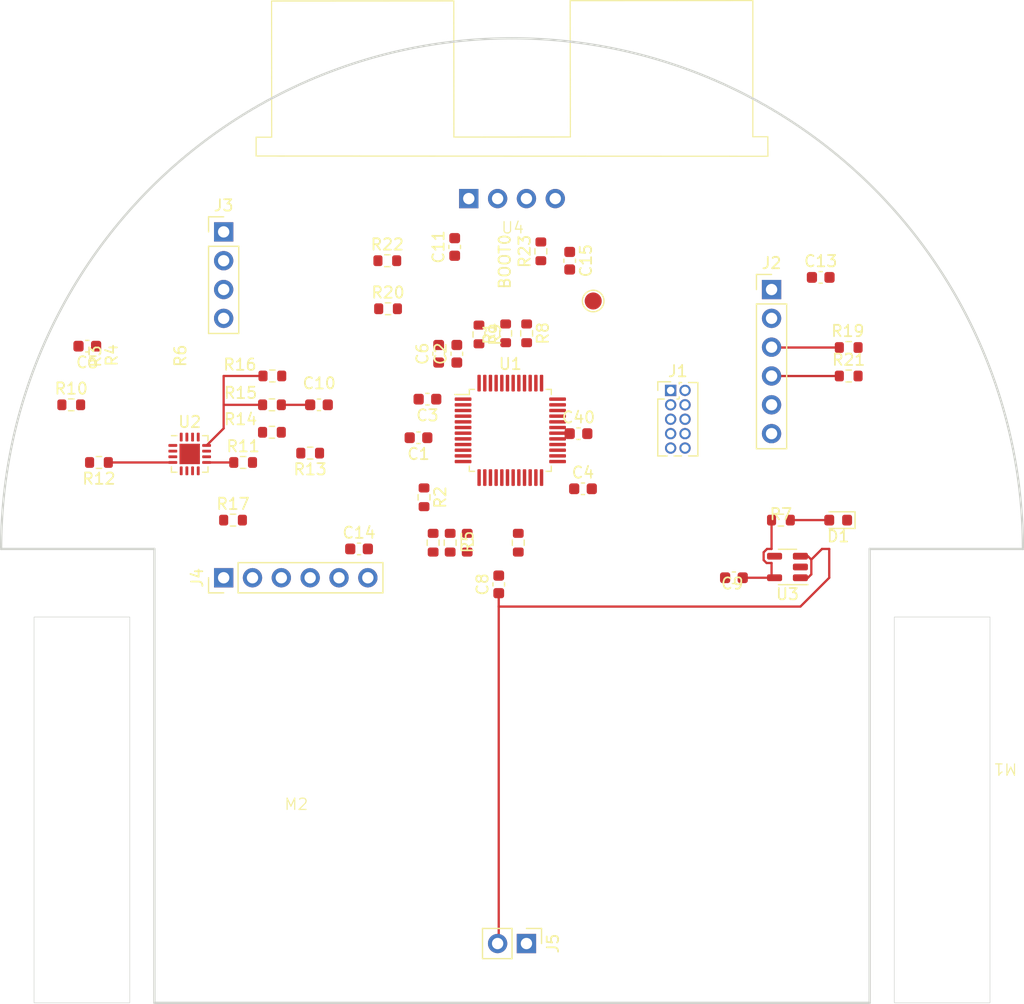
<source format=kicad_pcb>
(kicad_pcb (version 20221018) (generator pcbnew)
  (layers (0 "F.Cu" signal) (31 "B.Cu" signal) (34 "B.Paste" user) (35 "F.Paste" user) (36 "B.SilkS" user "B.Silkscreen") (37 "F.SilkS" user "F.Silkscreen") (38 "B.Mask" user) (39 "F.Mask" user) (44 "Edge.Cuts" user))
  (net 0 "")
  (net 1 "+3.3V")
  (net 2 "GND")
  (net 3 "+BATT")
  (net 4 "Net-(C10-Pad1)")
  (net 5 "/mcu/IN_B2")
  (net 6 "Net-(D1-A)")
  (net 7 "/mcu/BOOT0")
  (net 8 "Net-(U1-PA2)")
  (net 9 "/mcu/TIM15_CH1")
  (net 10 "Net-(U1-PA3)")
  (net 11 "/mcu/TIM15_CH2")
  (net 12 "Net-(U1-PA4)")
  (net 13 "/mcu/OUT_A4")
  (net 14 "Net-(U1-PA5)")
  (net 15 "/mcu/OUT_A5")
  (net 16 "/mcu/OUT_B0")
  (net 17 "Net-(U1-PB0)")
  (net 18 "/mcu/OUT_B1")
  (net 19 "Net-(U2-REF)")
  (net 20 "Net-(U1-PB6)")
  (net 21 "/mcu/OUT_B9")
  (net 22 "Net-(U1-PB9)")
  (net 23 "/mcu/TIM3_CH1")
  (net 24 "/mcu/TIM2_CH1")
  (net 25 "/mcu/TIM3_CH2")
  (net 26 "/mcu/TIM2_CH2")
  (net 27 "/mcu/TIM8_CH2")
  (net 28 "/motorA/MA")
  (net 34 "/mcu/~{RESET}")
  (net 46 "/mcu/SWDIO")
  (net 49 "/mcu/SWDCLK")
  (net 51 "/mcu/SWO")
  (net 54 "Net-(J2-Pin_3)")
  (net 57 "Net-(J2-Pin_4)")
  (net 58 "/motorA/MB")
  (net 59 "Net-(J3-Pin_3)")
  (net 60 "/external_uart/EXT_UART_RX")
  (net 61 "/motorB/MA")
  (net 62 "Net-(J4-Pin_3)")
  (net 63 "Net-(J4-Pin_4)")
  (net 64 "/motorB/MB")
  (net 65 "/external_uart/EXT_UART_TX")
  (net 66 "Net-(U4-ECHO)")
  (net 67 "Net-(U2-TOFF)")
  (net 68 "Net-(U2-SENSEA)")
  (net 69 "Net-(U2-SENSEB)")
  (footprint "Package_QFP:LQFP-48_7x7mm_P0.5mm" (layer "F.Cu") (at 149.85 89.55)
    (fp_text reference "U1" (at 0 -5.85) (layer "F.SilkS"))
    (fp_text value "STM32F030C8Tx")
    (fp_line (start -3.61 -3.61) (end -3.61 -3.16) (stroke (width 0.12)) (layer "F.SilkS"))
    (fp_line (start -3.61 -3.16) (end -4.9 -3.16) (stroke (width 0.12)) (layer "F.SilkS"))
    (fp_line (start -3.61 3.61) (end -3.61 3.16) (stroke (width 0.12)) (layer "F.SilkS"))
    (fp_line (start -3.16 -3.61) (end -3.61 -3.61) (stroke (width 0.12)) (layer "F.SilkS"))
    (fp_line (start -3.16 3.61) (end -3.61 3.61) (stroke (width 0.12)) (layer "F.SilkS"))
    (fp_line (start 3.16 -3.61) (end 3.61 -3.61) (stroke (width 0.12)) (layer "F.SilkS"))
    (fp_line (start 3.16 3.61) (end 3.61 3.61) (stroke (width 0.12)) (layer "F.SilkS"))
    (fp_line (start 3.61 -3.61) (end 3.61 -3.16) (stroke (width 0.12)) (layer "F.SilkS"))
    (fp_line (start 3.61 3.61) (end 3.61 3.16) (stroke (width 0.12)) (layer "F.SilkS"))
    (pad "1" smd roundrect (at -4.1625 -2.75) (size 1.475 0.3) (layers "F.Cu" "F.Paste" "F.Mask") (net 1 "+3.3V"))
    (pad "2" smd roundrect (at -4.1625 -2.25) (size 1.475 0.3) (layers "F.Cu" "F.Paste" "F.Mask"))
    (pad "3" smd roundrect (at -4.1625 -1.75) (size 1.475 0.3) (layers "F.Cu" "F.Paste" "F.Mask"))
    (pad "4" smd roundrect (at -4.1625 -1.25) (size 1.475 0.3) (layers "F.Cu" "F.Paste" "F.Mask"))
    (pad "5" smd roundrect (at -4.1625 -0.75) (size 1.475 0.3) (layers "F.Cu" "F.Paste" "F.Mask"))
    (pad "6" smd roundrect (at -4.1625 -0.25) (size 1.475 0.3) (layers "F.Cu" "F.Paste" "F.Mask"))
    (pad "7" smd roundrect (at -4.1625 0.25) (size 1.475 0.3) (layers "F.Cu" "F.Paste" "F.Mask") (net 34 "/mcu/~{RESET}"))
    (pad "8" smd roundrect (at -4.1625 0.75) (size 1.475 0.3) (layers "F.Cu" "F.Paste" "F.Mask") (net 2 "GND"))
    (pad "9" smd roundrect (at -4.1625 1.25) (size 1.475 0.3) (layers "F.Cu" "F.Paste" "F.Mask") (net 1 "+3.3V"))
    (pad "10" smd roundrect (at -4.1625 1.75) (size 1.475 0.3) (layers "F.Cu" "F.Paste" "F.Mask") (net 24 "/mcu/TIM2_CH1"))
    (pad "11" smd roundrect (at -4.1625 2.25) (size 1.475 0.3) (layers "F.Cu" "F.Paste" "F.Mask") (net 26 "/mcu/TIM2_CH2"))
    (pad "12" smd roundrect (at -4.1625 2.75) (size 1.475 0.3) (layers "F.Cu" "F.Paste" "F.Mask") (net 8 "Net-(U1-PA2)"))
    (pad "13" smd roundrect (at -2.75 4.1625) (size 0.3 1.475) (layers "F.Cu" "F.Paste" "F.Mask") (net 10 "Net-(U1-PA3)"))
    (pad "14" smd roundrect (at -2.25 4.1625) (size 0.3 1.475) (layers "F.Cu" "F.Paste" "F.Mask") (net 12 "Net-(U1-PA4)"))
    (pad "15" smd roundrect (at -1.75 4.1625) (size 0.3 1.475) (layers "F.Cu" "F.Paste" "F.Mask") (net 14 "Net-(U1-PA5)"))
    (pad "16" smd roundrect (at -1.25 4.1625) (size 0.3 1.475) (layers "F.Cu" "F.Paste" "F.Mask") (net 23 "/mcu/TIM3_CH1"))
    (pad "17" smd roundrect (at -0.75 4.1625) (size 0.3 1.475) (layers "F.Cu" "F.Paste" "F.Mask") (net 25 "/mcu/TIM3_CH2"))
    (pad "18" smd roundrect (at -0.25 4.1625) (size 0.3 1.475) (layers "F.Cu" "F.Paste" "F.Mask") (net 17 "Net-(U1-PB0)"))
    (pad "19" smd roundrect (at 0.25 4.1625) (size 0.3 1.475) (layers "F.Cu" "F.Paste" "F.Mask") (net 18 "/mcu/OUT_B1"))
    (pad "20" smd roundrect (at 0.75 4.1625) (size 0.3 1.475) (layers "F.Cu" "F.Paste" "F.Mask") (net 5 "/mcu/IN_B2"))
    (pad "21" smd roundrect (at 1.25 4.1625) (size 0.3 1.475) (layers "F.Cu" "F.Paste" "F.Mask"))
    (pad "22" smd roundrect (at 1.75 4.1625) (size 0.3 1.475) (layers "F.Cu" "F.Paste" "F.Mask"))
    (pad "23" smd roundrect (at 2.25 4.1625) (size 0.3 1.475) (layers "F.Cu" "F.Paste" "F.Mask") (net 2 "GND"))
    (pad "24" smd roundrect (at 2.75 4.1625) (size 0.3 1.475) (layers "F.Cu" "F.Paste" "F.Mask") (net 1 "+3.3V"))
    (pad "25" smd roundrect (at 4.1625 2.75) (size 1.475 0.3) (layers "F.Cu" "F.Paste" "F.Mask"))
    (pad "26" smd roundrect (at 4.1625 2.25) (size 1.475 0.3) (layers "F.Cu" "F.Paste" "F.Mask"))
    (pad "27" smd roundrect (at 4.1625 1.75) (size 1.475 0.3) (layers "F.Cu" "F.Paste" "F.Mask"))
    (pad "28" smd roundrect (at 4.1625 1.25) (size 1.475 0.3) (layers "F.Cu" "F.Paste" "F.Mask"))
    (pad "29" smd roundrect (at 4.1625 0.75) (size 1.475 0.3) (layers "F.Cu" "F.Paste" "F.Mask"))
    (pad "30" smd roundrect (at 4.1625 0.25) (size 1.475 0.3) (layers "F.Cu" "F.Paste" "F.Mask"))
    (pad "31" smd roundrect (at 4.1625 -0.25) (size 1.475 0.3) (layers "F.Cu" "F.Paste" "F.Mask"))
    (pad "32" smd roundrect (at 4.1625 -0.75) (size 1.475 0.3) (layers "F.Cu" "F.Paste" "F.Mask"))
    (pad "33" smd roundrect (at 4.1625 -1.25) (size 1.475 0.3) (layers "F.Cu" "F.Paste" "F.Mask"))
    (pad "34" smd roundrect (at 4.1625 -1.75) (size 1.475 0.3) (layers "F.Cu" "F.Paste" "F.Mask") (net 46 "/mcu/SWDIO"))
    (pad "35" smd roundrect (at 4.1625 -2.25) (size 1.475 0.3) (layers "F.Cu" "F.Paste" "F.Mask"))
    (pad "36" smd roundrect (at 4.1625 -2.75) (size 1.475 0.3) (layers "F.Cu" "F.Paste" "F.Mask"))
    (pad "37" smd roundrect (at 2.75 -4.1625) (size 0.3 1.475) (layers "F.Cu" "F.Paste" "F.Mask") (net 49 "/mcu/SWDCLK"))
    (pad "38" smd roundrect (at 2.25 -4.1625) (size 0.3 1.475) (layers "F.Cu" "F.Paste" "F.Mask"))
    (pad "39" smd roundrect (at 1.75 -4.1625) (size 0.3 1.475) (layers "F.Cu" "F.Paste" "F.Mask") (net 51 "/mcu/SWO"))
    (pad "40" smd roundrect (at 1.25 -4.1625) (size 0.3 1.475) (layers "F.Cu" "F.Paste" "F.Mask"))
    (pad "41" smd roundrect (at 0.75 -4.1625) (size 0.3 1.475) (layers "F.Cu" "F.Paste" "F.Mask"))
    (pad "42" smd roundrect (at 0.25 -4.1625) (size 0.3 1.475) (layers "F.Cu" "F.Paste" "F.Mask") (net 20 "Net-(U1-PB6)"))
    (pad "43" smd roundrect (at -0.25 -4.1625) (size 0.3 1.475) (layers "F.Cu" "F.Paste" "F.Mask") (net 65 "/external_uart/EXT_UART_TX"))
    (pad "44" smd roundrect (at -0.75 -4.1625) (size 0.3 1.475) (layers "F.Cu" "F.Paste" "F.Mask") (net 7 "/mcu/BOOT0"))
    (pad "45" smd roundrect (at -1.25 -4.1625) (size 0.3 1.475) (layers "F.Cu" "F.Paste" "F.Mask") (net 27 "/mcu/TIM8_CH2"))
    (pad "46" smd roundrect (at -1.75 -4.1625) (size 0.3 1.475) (layers "F.Cu" "F.Paste" "F.Mask") (net 22 "Net-(U1-PB9)"))
    (pad "47" smd roundrect (at -2.25 -4.1625) (size 0.3 1.475) (layers "F.Cu" "F.Paste" "F.Mask") (net 2 "GND"))
    (pad "48" smd roundrect (at -2.75 -4.1625) (size 0.3 1.475) (layers "F.Cu" "F.Paste" "F.Mask") (net 1 "+3.3V"))
  )
  (footprint "Resistor_SMD:R_0603_1608Metric" (layer "F.Cu") (at 149.4375 81 90)
    (fp_text reference "R1" (at 0 -1.43 90) (layer "F.SilkS"))
    (fp_text value "10k")
    (fp_line (start -0.237258 -0.5225) (end 0.237258 -0.5225) (stroke (width 0.12)) (layer "F.SilkS"))
    (fp_line (start -0.237258 0.5225) (end 0.237258 0.5225) (stroke (width 0.12)) (layer "F.SilkS"))
    (pad "1" smd roundrect (at -0.825 0 90) (size 0.8 0.95) (layers "F.Cu" "F.Paste" "F.Mask") (net 7 "/mcu/BOOT0"))
    (pad "2" smd roundrect (at 0.825 0 90) (size 0.8 0.95) (layers "F.Cu" "F.Paste" "F.Mask") (net 2 "GND"))
  )
  (footprint "minimouse:N20_with_encoder" (layer "F.Cu") (at 131 123)
    (fp_text reference "M2" (at 0 -0.5 unlocked) (layer "F.SilkS") (effects (font (thickness 0.1))))
    (fp_text value "N20_encoder")
    (fp_rect (start -23.1 -17) (end -14.67 17) (stroke (width 0.05)) (fill none) (layer "Edge.Cuts"))
    (pad "" np_thru_hole circle locked (at 0 -9) (size 1 1) (drill 2.2) (layers "F&B.Cu" "*.Mask"))
    (pad "" np_thru_hole circle locked (at 0 9) (size 1 1) (drill 2.2) (layers "F&B.Cu" "*.Mask"))
  )
  (footprint "TestPoint:TestPoint_Pad_D1.5mm" (layer "F.Cu") (at 157.15 78.15)
    (fp_text reference "BOOT0" (at -7.788 -3.4675 90) (layer "F.SilkS"))
    (fp_text value "TestPoint")
    (fp_circle (center 0 0) (end 0 0.95) (stroke (width 0.12)) (fill none) (layer "F.SilkS"))
    (pad "1" smd circle (at 0 0) (size 1.5 1.5) (layers "F.Cu" "F.Mask") (net 7 "/mcu/BOOT0"))
  )
  (footprint "Resistor_SMD:R_0603_1608Metric" (layer "F.Cu") (at 128.889929 84.756594)
    (fp_text reference "R16" (at -2.855758 -0.995246) (layer "F.SilkS"))
    (fp_text value "47k")
    (fp_line (start -0.237258 -0.5225) (end 0.237258 -0.5225) (stroke (width 0.12)) (layer "F.SilkS"))
    (fp_line (start -0.237258 0.5225) (end 0.237258 0.5225) (stroke (width 0.12)) (layer "F.SilkS"))
    (pad "1" smd roundrect (at -0.825 0) (size 0.8 0.95) (layers "F.Cu" "F.Paste" "F.Mask") (net 67 "Net-(U2-TOFF)"))
    (pad "2" smd roundrect (at 0.825 0) (size 0.8 0.95) (layers "F.Cu" "F.Paste" "F.Mask") (net 2 "GND"))
  )
  (footprint "Capacitor_SMD:C_0603_1608Metric" (layer "F.Cu") (at 136.525 100)
    (fp_text reference "C14" (at 0 -1.43) (layer "F.SilkS"))
    (fp_text value "2.2uF")
    (fp_line (start -0.14058 -0.51) (end 0.14058 -0.51) (stroke (width 0.12)) (layer "F.SilkS"))
    (fp_line (start -0.14058 0.51) (end 0.14058 0.51) (stroke (width 0.12)) (layer "F.SilkS"))
    (pad "1" smd roundrect (at -0.775 0) (size 0.9 0.95) (layers "F.Cu" "F.Paste" "F.Mask") (net 3 "+BATT"))
    (pad "2" smd roundrect (at 0.775 0) (size 0.9 0.95) (layers "F.Cu" "F.Paste" "F.Mask") (net 2 "GND"))
  )
  (footprint "Resistor_SMD:R_0603_1608Metric" (layer "F.Cu") (at 144.55 99.45 -90)
    (fp_text reference "R4" (at -16.52 29.81 90) (layer "F.SilkS"))
    (fp_text value "100")
    (fp_line (start -0.237258 -0.5225) (end 0.237258 -0.5225) (stroke (width 0.12)) (layer "F.SilkS"))
    (fp_line (start -0.237258 0.5225) (end 0.237258 0.5225) (stroke (width 0.12)) (layer "F.SilkS"))
    (pad "1" smd roundrect (at -0.825 0 270) (size 0.8 0.95) (layers "F.Cu" "F.Paste" "F.Mask") (net 12 "Net-(U1-PA4)"))
    (pad "2" smd roundrect (at 0.825 0 270) (size 0.8 0.95) (layers "F.Cu" "F.Paste" "F.Mask") (net 13 "/mcu/OUT_A4"))
  )
  (footprint "Capacitor_SMD:C_0603_1608Metric" (layer "F.Cu") (at 156.25 94.7)
    (fp_text reference "C4" (at 0 -1.43) (layer "F.SilkS"))
    (fp_text value "0.1uF")
    (fp_line (start -0.14058 -0.51) (end 0.14058 -0.51) (stroke (width 0.12)) (layer "F.SilkS"))
    (fp_line (start -0.14058 0.51) (end 0.14058 0.51) (stroke (width 0.12)) (layer "F.SilkS"))
    (pad "1" smd roundrect (at -0.775 0) (size 0.9 0.95) (layers "F.Cu" "F.Paste" "F.Mask") (net 1 "+3.3V"))
    (pad "2" smd roundrect (at 0.775 0) (size 0.9 0.95) (layers "F.Cu" "F.Paste" "F.Mask") (net 2 "GND"))
  )
  (footprint "Resistor_SMD:R_0603_1608Metric" (layer "F.Cu") (at 173.685 97.46)
    (fp_text reference "R7" (at 0 -0.5225) (layer "F.SilkS"))
    (fp_text value "330")
    (fp_line (start -0.237258 -0.5225) (end 0.237258 -0.5225) (stroke (width 0.12)) (layer "F.SilkS"))
    (fp_line (start -0.237258 0.5225) (end 0.237258 0.5225) (stroke (width 0.12)) (layer "F.SilkS"))
    (pad "1" smd roundrect (at -0.825 0) (size 0.8 0.95) (layers "F.Cu" "F.Paste" "F.Mask") (net 1 "+3.3V"))
    (pad "2" smd roundrect (at 0.825 0) (size 0.8 0.95) (layers "F.Cu" "F.Paste" "F.Mask") (net 6 "Net-(D1-A)"))
  )
  (footprint "Resistor_SMD:R_0603_1608Metric" (layer "F.Cu") (at 147.0875 81.1 -90)
    (fp_text reference "R9" (at 0 -1.43 90) (layer "F.SilkS"))
    (fp_text value "100")
    (fp_line (start -0.237258 -0.5225) (end 0.237258 -0.5225) (stroke (width 0.12)) (layer "F.SilkS"))
    (fp_line (start -0.237258 0.5225) (end 0.237258 0.5225) (stroke (width 0.12)) (layer "F.SilkS"))
    (pad "1" smd roundrect (at -0.825 0 270) (size 0.8 0.95) (layers "F.Cu" "F.Paste" "F.Mask") (net 21 "/mcu/OUT_B9"))
    (pad "2" smd roundrect (at 0.825 0 270) (size 0.8 0.95) (layers "F.Cu" "F.Paste" "F.Mask") (net 22 "Net-(U1-PB9)"))
  )
  (footprint "minimouse:HC-SR04" (layer "F.Cu") (at 150 69.125)
    (fp_text reference "U4" (at 0.06 2.57 unlocked) (layer "F.SilkS") (effects (font (thickness 0.1))))
    (fp_text value "HC-SR04")
    (fp_line (start -22.54 -5.41) (end -22.54 -3.75) (stroke (width 0.1)) (layer "F.SilkS"))
    (fp_line (start -22.54 -3.75) (end 22.54 -3.73) (stroke (width 0.1)) (layer "F.SilkS"))
    (fp_line (start -21.18 -17.41) (end -21.17 -5.41) (stroke (width 0.1)) (layer "F.SilkS"))
    (fp_line (start -21.17 -5.41) (end -22.54 -5.41) (stroke (width 0.1)) (layer "F.SilkS"))
    (fp_line (start -5.13 -17.42) (end -21.18 -17.41) (stroke (width 0.1)) (layer "F.SilkS"))
    (fp_line (start -5.12 -5.42) (end -5.13 -17.42) (stroke (width 0.1)) (layer "F.SilkS"))
    (fp_line (start 5.12 -17.44) (end 5.14 -5.43) (stroke (width 0.1)) (layer "F.SilkS"))
    (fp_line (start 5.14 -5.43) (end -5.12 -5.42) (stroke (width 0.1)) (layer "F.SilkS"))
    (fp_line (start 21.21 -17.45) (end 5.12 -17.44) (stroke (width 0.1)) (layer "F.SilkS"))
    (fp_line (start 21.21 -5.45) (end 21.21 -17.45) (stroke (width 0.1)) (layer "F.SilkS"))
    (fp_line (start 22.53 -5.45) (end 21.21 -5.45) (stroke (width 0.1)) (layer "F.SilkS"))
    (fp_line (start 22.54 -3.73) (end 22.53 -5.45) (stroke (width 0.1)) (layer "F.SilkS"))
    (pad "1" thru_hole rect locked (at -3.81 0 90) (size 1.7 1.7) (drill 1) (layers "*.Cu" "*.Mask") (net 2 "GND"))
    (pad "2" thru_hole oval locked (at -1.27 0 90) (size 1.7 1.7) (drill 1) (layers "*.Cu" "*.Mask") (net 21 "/mcu/OUT_B9"))
    (pad "3" thru_hole oval locked (at 1.27 0 90) (size 1.7 1.7) (drill 1) (layers "*.Cu" "*.Mask") (net 66 "Net-(U4-ECHO)"))
    (pad "4" thru_hole oval locked (at 3.81 0 90) (size 1.7 1.7) (drill 1) (layers "*.Cu" "*.Mask") (net 1 "+3.3V"))
  )
  (footprint "Capacitor_SMD:C_0603_1608Metric" (layer "F.Cu") (at 155.855 89.84)
    (fp_text reference "C40" (at 0 -1.43) (layer "F.SilkS"))
    (fp_text value "2.2uF")
    (fp_line (start -0.14058 -0.51) (end 0.14058 -0.51) (stroke (width 0.12)) (layer "F.SilkS"))
    (fp_line (start -0.14058 0.51) (end 0.14058 0.51) (stroke (width 0.12)) (layer "F.SilkS"))
    (pad "1" smd roundrect (at -0.775 0) (size 0.9 0.95) (layers "F.Cu" "F.Paste" "F.Mask") (net 3 "+BATT"))
    (pad "2" smd roundrect (at 0.775 0) (size 0.9 0.95) (layers "F.Cu" "F.Paste" "F.Mask") (net 2 "GND"))
  )
  (footprint "Capacitor_SMD:C_0603_1608Metric" (layer "F.Cu") (at 112.59 82.13 180)
    (fp_text reference "C5" (at 0 -1.43) (layer "F.SilkS"))
    (fp_text value "0.1uF")
    (fp_line (start -0.14058 -0.51) (end 0.14058 -0.51) (stroke (width 0.12)) (layer "F.SilkS"))
    (fp_line (start -0.14058 0.51) (end 0.14058 0.51) (stroke (width 0.12)) (layer "F.SilkS"))
    (pad "1" smd roundrect (at -0.775 0 180) (size 0.9 0.95) (layers "F.Cu" "F.Paste" "F.Mask") (net 1 "+3.3V"))
    (pad "2" smd roundrect (at 0.775 0 180) (size 0.9 0.95) (layers "F.Cu" "F.Paste" "F.Mask") (net 2 "GND"))
  )
  (footprint "minimouse:N20_with_encoder" (layer "F.Cu") (at 169 123 180)
    (fp_text reference "M1" (at -24.45 3.6 180 unlocked) (layer "F.SilkS") (effects (font (thickness 0.1))))
    (fp_text value "N20_encoder")
    (fp_rect (start -23.1 -17) (end -14.67 17) (stroke (width 0.05)) (fill none) (layer "Edge.Cuts"))
    (pad "" np_thru_hole circle locked (at 0 -9 180) (size 1 1) (drill 2.2) (layers "F&B.Cu" "*.Mask"))
    (pad "" np_thru_hole circle locked (at 0 9 180) (size 1 1) (drill 2.2) (layers "F&B.Cu" "*.Mask"))
  )
  (footprint "LED_SMD:LED_0603_1608Metric" (layer "F.Cu") (at 178.7275 97.46 180)
    (fp_text reference "D1" (at 0 -1.43) (layer "F.SilkS"))
    (fp_text value "LED")
    (fp_line (start -1.485 -0.735) (end -1.485 0.735) (stroke (width 0.12)) (layer "F.SilkS"))
    (fp_line (start -1.485 0.735) (end 0.8 0.735) (stroke (width 0.12)) (layer "F.SilkS"))
    (fp_line (start 0.8 -0.735) (end -1.485 -0.735) (stroke (width 0.12)) (layer "F.SilkS"))
    (pad "1" smd roundrect (at -0.7875 0 180) (size 0.875 0.95) (layers "F.Cu" "F.Paste" "F.Mask") (net 2 "GND"))
    (pad "2" smd roundrect (at 0.7875 0 180) (size 0.875 0.95) (layers "F.Cu" "F.Paste" "F.Mask") (net 6 "Net-(D1-A)"))
  )
  (footprint "Resistor_SMD:R_0603_1608Metric" (layer "F.Cu") (at 179.655 82.25 180)
    (fp_text reference "R19" (at 0.077426 1.455291) (layer "F.SilkS"))
    (fp_text value "100")
    (fp_line (start -0.237258 -0.5225) (end 0.237258 -0.5225) (stroke (width 0.12)) (layer "F.SilkS"))
    (fp_line (start -0.237258 0.5225) (end 0.237258 0.5225) (stroke (width 0.12)) (layer "F.SilkS"))
    (pad "1" smd roundrect (at -0.825 0 180) (size 0.8 0.95) (layers "F.Cu" "F.Paste" "F.Mask") (net 23 "/mcu/TIM3_CH1"))
    (pad "2" smd roundrect (at 0.825 0 180) (size 0.8 0.95) (layers "F.Cu" "F.Paste" "F.Mask") (net 54 "Net-(J2-Pin_3)"))
  )
  (footprint "Connector_PinHeader_2.54mm:PinHeader_1x02_P2.54mm_Vertical" (layer "F.Cu") (at 151.27 134.775 -90)
    (fp_text reference "J5" (at 0 -2.33 90) (layer "F.SilkS"))
    (fp_text value "Conn_01x02")
    (fp_line (start -1.33 -1.33) (end 0 -1.33) (stroke (width 0.12)) (layer "F.SilkS"))
    (fp_line (start -1.33 0) (end -1.33 -1.33) (stroke (width 0.12)) (layer "F.SilkS"))
    (fp_line (start -1.33 1.27) (end -1.33 3.87) (stroke (width 0.12)) (layer "F.SilkS"))
    (fp_line (start -1.33 1.27) (end 1.33 1.27) (stroke (width 0.12)) (layer "F.SilkS"))
    (fp_line (start -1.33 3.87) (end 1.33 3.87) (stroke (width 0.12)) (layer "F.SilkS"))
    (fp_line (start 1.33 1.27) (end 1.33 3.87) (stroke (width 0.12)) (layer "F.SilkS"))
    (pad "1" thru_hole rect locked (at 0 0 270) (size 1.7 1.7) (drill 1) (layers "*.Cu" "*.Mask") (net 2 "GND"))
    (pad "2" thru_hole oval locked (at 0 2.54 270) (size 1.7 1.7) (drill 1) (layers "*.Cu" "*.Mask") (net 3 "+BATT"))
  )
  (footprint "Capacitor_SMD:C_0603_1608Metric" (layer "F.Cu") (at 177.19 76.07)
    (fp_text reference "C13" (at 0 -1.43) (layer "F.SilkS"))
    (fp_text value "2.2uF")
    (fp_line (start -0.14058 -0.51) (end 0.14058 -0.51) (stroke (width 0.12)) (layer "F.SilkS"))
    (fp_line (start -0.14058 0.51) (end 0.14058 0.51) (stroke (width 0.12)) (layer "F.SilkS"))
    (pad "1" smd roundrect (at -0.775 0) (size 0.9 0.95) (layers "F.Cu" "F.Paste" "F.Mask") (net 3 "+BATT"))
    (pad "2" smd roundrect (at 0.775 0) (size 0.9 0.95) (layers "F.Cu" "F.Paste" "F.Mask") (net 2 "GND"))
  )
  (footprint "Capacitor_SMD:C_0603_1608Metric" (layer "F.Cu") (at 132.995 87.3)
    (fp_text reference "C10" (at 0.020248 -1.901077 180) (layer "F.SilkS"))
    (fp_text value "22nF")
    (fp_line (start -0.14058 -0.51) (end 0.14058 -0.51) (stroke (width 0.12)) (layer "F.SilkS"))
    (fp_line (start -0.14058 0.51) (end 0.14058 0.51) (stroke (width 0.12)) (layer "F.SilkS"))
    (pad "1" smd roundrect (at -0.775 0) (size 0.9 0.95) (layers "F.Cu" "F.Paste" "F.Mask") (net 4 "Net-(C10-Pad1)"))
    (pad "2" smd roundrect (at 0.775 0) (size 0.9 0.95) (layers "F.Cu" "F.Paste" "F.Mask") (net 2 "GND"))
  )
  (footprint "Connector_PinHeader_2.54mm:PinHeader_1x06_P2.54mm_Vertical" (layer "F.Cu") (at 124.6 102.54 90)
    (fp_text reference "J4" (at 0 -2.33 90) (layer "F.SilkS"))
    (fp_text value "Conn_01x06")
    (fp_line (start -1.33 -1.33) (end 0 -1.33) (stroke (width 0.12)) (layer "F.SilkS"))
    (fp_line (start -1.33 0) (end -1.33 -1.33) (stroke (width 0.12)) (layer "F.SilkS"))
    (fp_line (start -1.33 1.27) (end -1.33 14.03) (stroke (width 0.12)) (layer "F.SilkS"))
    (fp_line (start -1.33 1.27) (end 1.33 1.27) (stroke (width 0.12)) (layer "F.SilkS"))
    (fp_line (start -1.33 14.03) (end 1.33 14.03) (stroke (width 0.12)) (layer "F.SilkS"))
    (fp_line (start 1.33 1.27) (end 1.33 14.03) (stroke (width 0.12)) (layer "F.SilkS"))
    (pad "1" thru_hole rect (at 0 0 90) (size 1.7 1.7) (drill 1) (layers "*.Cu" "*.Mask") (net 61 "/motorB/MA"))
    (pad "2" thru_hole oval (at 0 2.54 90) (size 1.7 1.7) (drill 1) (layers "*.Cu" "*.Mask") (net 2 "GND"))
    (pad "3" thru_hole oval (at 0 5.08 90) (size 1.7 1.7) (drill 1) (layers "*.Cu" "*.Mask") (net 62 "Net-(J4-Pin_3)"))
    (pad "4" thru_hole oval (at 0 7.62 90) (size 1.7 1.7) (drill 1) (layers "*.Cu" "*.Mask") (net 63 "Net-(J4-Pin_4)"))
    (pad "5" thru_hole oval (at 0 10.16 90) (size 1.7 1.7) (drill 1) (layers "*.Cu" "*.Mask") (net 3 "+BATT"))
    (pad "6" thru_hole oval (at 0 12.7 90) (size 1.7 1.7) (drill 1) (layers "*.Cu" "*.Mask") (net 64 "/motorB/MB"))
  )
  (footprint "Capacitor_SMD:C_0603_1608Metric" (layer "F.Cu") (at 142.55 86.8 180)
    (fp_text reference "C3" (at 0 -1.43) (layer "F.SilkS"))
    (fp_text value "0.1uF")
    (fp_line (start -0.14058 -0.51) (end 0.14058 -0.51) (stroke (width 0.12)) (layer "F.SilkS"))
    (fp_line (start -0.14058 0.51) (end 0.14058 0.51) (stroke (width 0.12)) (layer "F.SilkS"))
    (pad "1" smd roundrect (at -0.775 0 180) (size 0.9 0.95) (layers "F.Cu" "F.Paste" "F.Mask") (net 1 "+3.3V"))
    (pad "2" smd roundrect (at 0.775 0 180) (size 0.9 0.95) (layers "F.Cu" "F.Paste" "F.Mask") (net 2 "GND"))
  )
  (footprint "Resistor_SMD:R_0603_1608Metric" (layer "F.Cu") (at 151.2875 81 -90)
    (fp_text reference "R8" (at 0 -1.43 90) (layer "F.SilkS"))
    (fp_text value "100")
    (fp_line (start -0.237258 -0.5225) (end 0.237258 -0.5225) (stroke (width 0.12)) (layer "F.SilkS"))
    (fp_line (start -0.237258 0.5225) (end 0.237258 0.5225) (stroke (width 0.12)) (layer "F.SilkS"))
    (pad "1" smd roundrect (at -0.825 0 270) (size 0.8 0.95) (layers "F.Cu" "F.Paste" "F.Mask") (net 60 "/external_uart/EXT_UART_RX"))
    (pad "2" smd roundrect (at 0.825 0 270) (size 0.8 0.95) (layers "F.Cu" "F.Paste" "F.Mask") (net 20 "Net-(U1-PB6)"))
  )
  (footprint "Connector_PinHeader_2.54mm:PinHeader_1x06_P2.54mm_Vertical" (layer "F.Cu") (at 172.86 77.14)
    (fp_text reference "J2" (at 0 -2.33) (layer "F.SilkS"))
    (fp_text value "Conn_01x06")
    (fp_line (start -1.33 -1.33) (end 0 -1.33) (stroke (width 0.12)) (layer "F.SilkS"))
    (fp_line (start -1.33 0) (end -1.33 -1.33) (stroke (width 0.12)) (layer "F.SilkS"))
    (fp_line (start -1.33 1.27) (end -1.33 14.03) (stroke (width 0.12)) (layer "F.SilkS"))
    (fp_line (start -1.33 1.27) (end 1.33 1.27) (stroke (width 0.12)) (layer "F.SilkS"))
    (fp_line (start -1.33 14.03) (end 1.33 14.03) (stroke (width 0.12)) (layer "F.SilkS"))
    (fp_line (start 1.33 1.27) (end 1.33 14.03) (stroke (width 0.12)) (layer "F.SilkS"))
    (pad "1" thru_hole rect (at 0 0) (size 1.7 1.7) (drill 1) (layers "*.Cu" "*.Mask") (net 28 "/motorA/MA"))
    (pad "2" thru_hole oval (at 0 2.54) (size 1.7 1.7) (drill 1) (layers "*.Cu" "*.Mask") (net 2 "GND"))
    (pad "3" thru_hole oval (at 0 5.08) (size 1.7 1.7) (drill 1) (layers "*.Cu" "*.Mask") (net 54 "Net-(J2-Pin_3)"))
    (pad "4" thru_hole oval (at 0 7.62) (size 1.7 1.7) (drill 1) (layers "*.Cu" "*.Mask") (net 57 "Net-(J2-Pin_4)"))
    (pad "5" thru_hole oval (at 0 10.16) (size 1.7 1.7) (drill 1) (layers "*.Cu" "*.Mask") (net 3 "+BATT"))
    (pad "6" thru_hole oval (at 0 12.7) (size 1.7 1.7) (drill 1) (layers "*.Cu" "*.Mask") (net 58 "/motorA/MB"))
  )
  (footprint "Resistor_SMD:R_0603_1608Metric" (layer "F.Cu") (at 139.07984 78.835603)
    (fp_text reference "R20" (at 0 -1.43) (layer "F.SilkS"))
    (fp_text value "100")
    (fp_line (start -0.237258 -0.5225) (end 0.237258 -0.5225) (stroke (width 0.12)) (layer "F.SilkS"))
    (fp_line (start -0.237258 0.5225) (end 0.237258 0.5225) (stroke (width 0.12)) (layer "F.SilkS"))
    (pad "1" smd roundrect (at -0.825 0) (size 0.8 0.95) (layers "F.Cu" "F.Paste" "F.Mask") (net 24 "/mcu/TIM2_CH1"))
    (pad "2" smd roundrect (at 0.825 0) (size 0.8 0.95) (layers "F.Cu" "F.Paste" "F.Mask") (net 62 "Net-(J4-Pin_3)"))
  )
  (footprint "Resistor_SMD:R_0603_1608Metric" (layer "F.Cu") (at 113.615 92.38 180)
    (fp_text reference "R12" (at 0 -1.43) (layer "F.SilkS"))
    (fp_text value "330m")
    (fp_line (start -0.237258 -0.5225) (end 0.237258 -0.5225) (stroke (width 0.12)) (layer "F.SilkS"))
    (fp_line (start -0.237258 0.5225) (end 0.237258 0.5225) (stroke (width 0.12)) (layer "F.SilkS"))
    (pad "1" smd roundrect (at -0.825 0 180) (size 0.8 0.95) (layers "F.Cu" "F.Paste" "F.Mask") (net 68 "Net-(U2-SENSEA)"))
    (pad "2" smd roundrect (at 0.825 0 180) (size 0.8 0.95) (layers "F.Cu" "F.Paste" "F.Mask") (net 2 "GND"))
  )
  (footprint "Resistor_SMD:R_0603_1608Metric" (layer "F.Cu") (at 142.25 95.45 -90)
    (fp_text reference "R2" (at 0 -1.43 -270) (layer "F.SilkS"))
    (fp_text value "100")
    (fp_line (start -0.237258 -0.5225) (end 0.237258 -0.5225) (stroke (width 0.12)) (layer "F.SilkS"))
    (fp_line (start -0.237258 0.5225) (end 0.237258 0.5225) (stroke (width 0.12)) (layer "F.SilkS"))
    (pad "1" smd roundrect (at -0.825 0 270) (size 0.8 0.95) (layers "F.Cu" "F.Paste" "F.Mask") (net 8 "Net-(U1-PA2)"))
    (pad "2" smd roundrect (at 0.825 0 270) (size 0.8 0.95) (layers "F.Cu" "F.Paste" "F.Mask") (net 9 "/mcu/TIM15_CH1"))
  )
  (footprint "Capacitor_SMD:C_0603_1608Metric" (layer "F.Cu") (at 155.08 74.6 -90)
    (fp_text reference "C15" (at 0 -1.43 90) (layer "F.SilkS"))
    (fp_text value "2.2uF")
    (fp_line (start -0.14058 -0.51) (end 0.14058 -0.51) (stroke (width 0.12)) (layer "F.SilkS"))
    (fp_line (start -0.14058 0.51) (end 0.14058 0.51) (stroke (width 0.12)) (layer "F.SilkS"))
    (pad "1" smd roundrect (at -0.775 0 270) (size 0.9 0.95) (layers "F.Cu" "F.Paste" "F.Mask") (net 1 "+3.3V"))
    (pad "2" smd roundrect (at 0.775 0 270) (size 0.9 0.95) (layers "F.Cu" "F.Paste" "F.Mask") (net 2 "GND"))
  )
  (footprint "Capacitor_SMD:C_0603_1608Metric" (layer "F.Cu") (at 144.95 73.3875 90)
    (fp_text reference "C11" (at 0 -1.43 90) (layer "F.SilkS"))
    (fp_text value "1nF")
    (fp_line (start -0.14058 -0.51) (end 0.14058 -0.51) (stroke (width 0.12)) (layer "F.SilkS"))
    (fp_line (start -0.14058 0.51) (end 0.14058 0.51) (stroke (width 0.12)) (layer "F.SilkS"))
    (pad "1" smd roundrect (at -0.775 0 90) (size 0.9 0.95) (layers "F.Cu" "F.Paste" "F.Mask") (net 5 "/mcu/IN_B2"))
    (pad "2" smd roundrect (at 0.775 0 90) (size 0.9 0.95) (layers "F.Cu" "F.Paste" "F.Mask") (net 2 "GND"))
  )
  (footprint "Resistor_SMD:R_0603_1608Metric" (layer "F.Cu") (at 143.05 99.45 -90)
    (fp_text reference "R3" (at -16.42 29.76 90) (layer "F.SilkS"))
    (fp_text value "100")
    (fp_line (start -0.237258 -0.5225) (end 0.237258 -0.5225) (stroke (width 0.12)) (layer "F.SilkS"))
    (fp_line (start -0.237258 0.5225) (end 0.237258 0.5225) (stroke (width 0.12)) (layer "F.SilkS"))
    (pad "1" smd roundrect (at -0.825 0 270) (size 0.8 0.95) (layers "F.Cu" "F.Paste" "F.Mask") (net 10 "Net-(U1-PA3)"))
    (pad "2" smd roundrect (at 0.825 0 270) (size 0.8 0.95) (layers "F.Cu" "F.Paste" "F.Mask") (net 11 "/mcu/TIM15_CH2"))
  )
  (footprint "Package_TO_SOT_SMD:SOT-23-5" (layer "F.Cu") (at 174.2625 101.59 180)
    (fp_text reference "U3" (at 0 -2.4) (layer "F.SilkS"))
    (fp_text value "LP5907MFX-3.3")
    (fp_line (start 0 -1.56) (end -1.8 -1.56) (stroke (width 0.12)) (layer "F.SilkS"))
    (fp_line (start 0 -1.56) (end 0.8 -1.56) (stroke (width 0.12)) (layer "F.SilkS"))
    (fp_line (start 0 1.56) (end -0.8 1.56) (stroke (width 0.12)) (layer "F.SilkS"))
    (fp_line (start 0 1.56) (end 0.8 1.56) (stroke (width 0.12)) (layer "F.SilkS"))
    (pad "1" smd roundrect (at -1.1375 -0.95 180) (size 1.325 0.6) (layers "F.Cu" "F.Paste" "F.Mask") (net 3 "+BATT"))
    (pad "2" smd roundrect (at -1.1375 0 180) (size 1.325 0.6) (layers "F.Cu" "F.Paste" "F.Mask") (net 2 "GND"))
    (pad "3" smd roundrect (at -1.1375 0.95 180) (size 1.325 0.6) (layers "F.Cu" "F.Paste" "F.Mask") (net 3 "+BATT"))
    (pad "4" smd roundrect (at 1.1375 0.95 180) (size 1.325 0.6) (layers "F.Cu" "F.Paste" "F.Mask"))
    (pad "5" smd roundrect (at 1.1375 -0.95 180) (size 1.325 0.6) (layers "F.Cu" "F.Paste" "F.Mask") (net 1 "+3.3V"))
  )
  (footprint "Resistor_SMD:R_0603_1608Metric" (layer "F.Cu") (at 126.315 92.38)
    (fp_text reference "R11" (at 0 -1.43) (layer "F.SilkS"))
    (fp_text value "330m")
    (fp_line (start -0.237258 -0.5225) (end 0.237258 -0.5225) (stroke (width 0.12)) (layer "F.SilkS"))
    (fp_line (start -0.237258 0.5225) (end 0.237258 0.5225) (stroke (width 0.12)) (layer "F.SilkS"))
    (pad "1" smd roundrect (at -0.825 0) (size 0.8 0.95) (layers "F.Cu" "F.Paste" "F.Mask") (net 69 "Net-(U2-SENSEB)"))
    (pad "2" smd roundrect (at 0.825 0) (size 0.8 0.95) (layers "F.Cu" "F.Paste" "F.Mask") (net 2 "GND"))
  )
  (footprint "Resistor_SMD:R_0603_1608Metric" (layer "F.Cu") (at 128.855 87.3)
    (fp_text reference "R15" (at -2.765538 -1.050538) (layer "F.SilkS"))
    (fp_text value "1k")
    (fp_line (start -0.237258 -0.5225) (end 0.237258 -0.5225) (stroke (width 0.12)) (layer "F.SilkS"))
    (fp_line (start -0.237258 0.5225) (end 0.237258 0.5225) (stroke (width 0.12)) (layer "F.SilkS"))
    (pad "1" smd roundrect (at -0.825 0) (size 0.8 0.95) (layers "F.Cu" "F.Paste" "F.Mask") (net 67 "Net-(U2-TOFF)"))
    (pad "2" smd roundrect (at 0.825 0) (size 0.8 0.95) (layers "F.Cu" "F.Paste" "F.Mask") (net 4 "Net-(C10-Pad1)"))
  )
  (footprint "Capacitor_SMD:C_0603_1608Metric" (layer "F.Cu") (at 145.1375 82.8 90)
    (fp_text reference "C2" (at 0 -1.43 90) (layer "F.SilkS"))
    (fp_text value "0.1uF")
    (fp_line (start -0.14058 -0.51) (end 0.14058 -0.51) (stroke (width 0.12)) (layer "F.SilkS"))
    (fp_line (start -0.14058 0.51) (end 0.14058 0.51) (stroke (width 0.12)) (layer "F.SilkS"))
    (pad "1" smd roundrect (at -0.775 0 90) (size 0.9 0.95) (layers "F.Cu" "F.Paste" "F.Mask") (net 1 "+3.3V"))
    (pad "2" smd roundrect (at 0.775 0 90) (size 0.9 0.95) (layers "F.Cu" "F.Paste" "F.Mask") (net 2 "GND"))
  )
  (footprint "Resistor_SMD:R_0603_1608Metric" (layer "F.Cu") (at 132.22 91.555 180)
    (fp_text reference "R13" (at 0 -1.43) (layer "F.SilkS"))
    (fp_text value "10K")
    (fp_line (start -0.237258 -0.5225) (end 0.237258 -0.5225) (stroke (width 0.12)) (layer "F.SilkS"))
    (fp_line (start -0.237258 0.5225) (end 0.237258 0.5225) (stroke (width 0.12)) (layer "F.SilkS"))
    (pad "1" smd roundrect (at -0.825 0 180) (size 0.8 0.95) (layers "F.Cu" "F.Paste" "F.Mask") (net 19 "Net-(U2-REF)"))
    (pad "2" smd roundrect (at 0.825 0 180) (size 0.8 0.95) (layers "F.Cu" "F.Paste" "F.Mask") (net 3 "+BATT"))
  )
  (footprint "Connector_PinHeader_2.54mm:PinHeader_1x04_P2.54mm_Vertical" (layer "F.Cu") (at 124.6 72.06)
    (fp_text reference "J3" (at 0 -2.33) (layer "F.SilkS"))
    (fp_text value "Conn_01x04")
    (fp_line (start -1.33 -1.33) (end 0 -1.33) (stroke (width 0.12)) (layer "F.SilkS"))
    (fp_line (start -1.33 0) (end -1.33 -1.33) (stroke (width 0.12)) (layer "F.SilkS"))
    (fp_line (start -1.33 1.27) (end -1.33 8.95) (stroke (width 0.12)) (layer "F.SilkS"))
    (fp_line (start -1.33 1.27) (end 1.33 1.27) (stroke (width 0.12)) (layer "F.SilkS"))
    (fp_line (start -1.33 8.95) (end 1.33 8.95) (stroke (width 0.12)) (layer "F.SilkS"))
    (fp_line (start 1.33 1.27) (end 1.33 8.95) (stroke (width 0.12)) (layer "F.SilkS"))
    (pad "1" thru_hole rect (at 0 0) (size 1.7 1.7) (drill 1) (layers "*.Cu" "*.Mask") (net 3 "+BATT"))
    (pad "2" thru_hole oval (at 0 2.54) (size 1.7 1.7) (drill 1) (layers "*.Cu" "*.Mask") (net 2 "GND"))
    (pad "3" thru_hole oval (at 0 5.08) (size 1.7 1.7) (drill 1) (layers "*.Cu" "*.Mask") (net 59 "Net-(J3-Pin_3)"))
    (pad "4" thru_hole oval (at 0 7.62) (size 1.7 1.7) (drill 1) (layers "*.Cu" "*.Mask") (net 60 "/external_uart/EXT_UART_RX"))
  )
  (footprint "Capacitor_SMD:C_0603_1608Metric" (layer "F.Cu") (at 141.7625 90.2 180)
    (fp_text reference "C1" (at 0 -1.43) (layer "F.SilkS"))
    (fp_text value "2.2uF")
    (fp_line (start -0.14058 -0.51) (end 0.14058 -0.51) (stroke (width 0.12)) (layer "F.SilkS"))
    (fp_line (start -0.14058 0.51) (end 0.14058 0.51) (stroke (width 0.12)) (layer "F.SilkS"))
    (pad "1" smd roundrect (at -0.775 0 180) (size 0.9 0.95) (layers "F.Cu" "F.Paste" "F.Mask") (net 1 "+3.3V"))
    (pad "2" smd roundrect (at 0.775 0 180) (size 0.9 0.95) (layers "F.Cu" "F.Paste" "F.Mask") (net 2 "GND"))
  )
  (footprint "Resistor_SMD:R_0603_1608Metric" (layer "F.Cu") (at 179.655 84.76)
    (fp_text reference "R21" (at 0 -1.43) (layer "F.SilkS"))
    (fp_text value "100")
    (fp_line (start -0.237258 -0.5225) (end 0.237258 -0.5225) (stroke (width 0.12)) (layer "F.SilkS"))
    (fp_line (start -0.237258 0.5225) (end 0.237258 0.5225) (stroke (width 0.12)) (layer "F.SilkS"))
    (pad "1" smd roundrect (at -0.825 0) (size 0.8 0.95) (layers "F.Cu" "F.Paste" "F.Mask") (net 57 "Net-(J2-Pin_4)"))
    (pad "2" smd roundrect (at 0.825 0) (size 0.8 0.95) (layers "F.Cu" "F.Paste" "F.Mask") (net 25 "/mcu/TIM3_CH2"))
  )
  (footprint "Resistor_SMD:R_0603_1608Metric" (layer "F.Cu") (at 146.05 99.45 -90)
    (fp_text reference "R5" (at -0.06435 -0.033857 90) (layer "F.SilkS"))
    (fp_text value "100")
    (fp_line (start -0.237258 -0.5225) (end 0.237258 -0.5225) (stroke (width 0.12)) (layer "F.SilkS"))
    (fp_line (start -0.237258 0.5225) (end 0.237258 0.5225) (stroke (width 0.12)) (layer "F.SilkS"))
    (pad "1" smd roundrect (at -0.825 0 270) (size 0.8 0.95) (layers "F.Cu" "F.Paste" "F.Mask") (net 14 "Net-(U1-PA5)"))
    (pad "2" smd roundrect (at 0.825 0 270) (size 0.8 0.95) (layers "F.Cu" "F.Paste" "F.Mask") (net 15 "/mcu/OUT_A5"))
  )
  (footprint "Connector_PinHeader_1.27mm:PinHeader_2x05_P1.27mm_Vertical" (layer "F.Cu") (at 163.97 86.03)
    (fp_text reference "J1" (at 0.635 -1.695) (layer "F.SilkS"))
    (fp_text value "Conn_ARM_JTAG_SWD_10")
    (fp_line (start -1.13 -0.76) (end 0 -0.76) (stroke (width 0.12)) (layer "F.SilkS"))
    (fp_line (start -1.13 0) (end -1.13 -0.76) (stroke (width 0.12)) (layer "F.SilkS"))
    (fp_line (start -1.13 0.76) (end -1.13 5.775) (stroke (width 0.12)) (layer "F.SilkS"))
    (fp_line (start -1.13 0.76) (end -0.563471 0.76) (stroke (width 0.12)) (layer "F.SilkS"))
    (fp_line (start -1.13 5.775) (end -0.30753 5.775) (stroke (width 0.12)) (layer "F.SilkS"))
    (fp_line (start 0.30753 5.775) (end 0.96247 5.775) (stroke (width 0.12)) (layer "F.SilkS"))
    (fp_line (start 0.563471 0.76) (end 0.706529 0.76) (stroke (width 0.12)) (layer "F.SilkS"))
    (fp_line (start 0.76 -0.695) (end 0.96247 -0.695) (stroke (width 0.12)) (layer "F.SilkS"))
    (fp_line (start 0.76 -0.563471) (end 0.76 -0.695) (stroke (width 0.12)) (layer "F.SilkS"))
    (fp_line (start 0.76 0.706529) (end 0.76 0.563471) (stroke (width 0.12)) (layer "F.SilkS"))
    (fp_line (start 1.57753 -0.695) (end 2.4 -0.695) (stroke (width 0.12)) (layer "F.SilkS"))
    (fp_line (start 1.57753 5.775) (end 2.4 5.775) (stroke (width 0.12)) (layer "F.SilkS"))
    (fp_line (start 2.4 -0.695) (end 2.4 5.775) (stroke (width 0.12)) (layer "F.SilkS"))
    (pad "1" thru_hole rect (at 0 0) (size 1 1) (drill 0.65) (layers "*.Cu" "*.Mask") (net 1 "+3.3V"))
    (pad "2" thru_hole oval (at 1.27 0) (size 1 1) (drill 0.65) (layers "*.Cu" "*.Mask") (net 46 "/mcu/SWDIO"))
    (pad "3" thru_hole oval (at 0 1.27) (size 1 1) (drill 0.65) (layers "*.Cu" "*.Mask") (net 2 "GND"))
    (pad "4" thru_hole oval (at 1.27 1.27) (size 1 1) (drill 0.65) (layers "*.Cu" "*.Mask") (net 49 "/mcu/SWDCLK"))
    (pad "5" thru_hole oval (at 0 2.54) (size 1 1) (drill 0.65) (layers "*.Cu" "*.Mask") (net 2 "GND"))
    (pad "6" thru_hole oval (at 1.27 2.54) (size 1 1) (drill 0.65) (layers "*.Cu" "*.Mask") (net 51 "/mcu/SWO"))
    (pad "7" thru_hole oval (at 0 3.81) (size 1 1) (drill 0.65) (layers "*.Cu" "*.Mask"))
    (pad "8" thru_hole oval (at 1.27 3.81) (size 1 1) (drill 0.65) (layers "*.Cu" "*.Mask"))
    (pad "9" thru_hole oval (at 0 5.08) (size 1 1) (drill 0.65) (layers "*.Cu" "*.Mask") (net 2 "GND"))
    (pad "10" thru_hole oval (at 1.27 5.08) (size 1 1) (drill 0.65) (layers "*.Cu" "*.Mask") (net 34 "/mcu/~{RESET}"))
  )
  (footprint "Capacitor_SMD:C_0603_1608Metric" (layer "F.Cu") (at 169.545 102.54 180)
    (fp_text reference "C9" (at 0.14058 -0.51) (layer "F.SilkS"))
    (fp_text value "1m")
    (fp_line (start -0.14058 -0.51) (end 0.14058 -0.51) (stroke (width 0.12)) (layer "F.SilkS"))
    (fp_line (start -0.14058 0.51) (end 0.14058 0.51) (stroke (width 0.12)) (layer "F.SilkS"))
    (pad "1" smd roundrect (at -0.775 0 180) (size 0.9 0.95) (layers "F.Cu" "F.Paste" "F.Mask") (net 1 "+3.3V"))
    (pad "2" smd roundrect (at 0.775 0 180) (size 0.9 0.95) (layers "F.Cu" "F.Paste" "F.Mask") (net 2 "GND"))
  )
  (footprint "Capacitor_SMD:C_0603_1608Metric" (layer "F.Cu") (at 143.5375 82.8 90)
    (fp_text reference "C6" (at 0 -1.43 90) (layer "F.SilkS"))
    (fp_text value "2.2uF")
    (fp_line (start -0.14058 -0.51) (end 0.14058 -0.51) (stroke (width 0.12)) (layer "F.SilkS"))
    (fp_line (start -0.14058 0.51) (end 0.14058 0.51) (stroke (width 0.12)) (layer "F.SilkS"))
    (pad "1" smd roundrect (at -0.775 0 90) (size 0.9 0.95) (layers "F.Cu" "F.Paste" "F.Mask") (net 1 "+3.3V"))
    (pad "2" smd roundrect (at 0.775 0 90) (size 0.9 0.95) (layers "F.Cu" "F.Paste" "F.Mask") (net 2 "GND"))
  )
  (footprint "Resistor_SMD:R_0603_1608Metric" (layer "F.Cu") (at 125.425 97.46)
    (fp_text reference "R17" (at 0 -1.43) (layer "F.SilkS"))
    (fp_text value "10k")
    (fp_line (start -0.237258 -0.5225) (end 0.237258 -0.5225) (stroke (width 0.12)) (layer "F.SilkS"))
    (fp_line (start -0.237258 0.5225) (end 0.237258 0.5225) (stroke (width 0.12)) (layer "F.SilkS"))
    (pad "1" smd roundrect (at -0.825 0) (size 0.8 0.95) (layers "F.Cu" "F.Paste" "F.Mask") (net 18 "/mcu/OUT_B1"))
    (pad "2" smd roundrect (at 0.825 0) (size 0.8 0.95) (layers "F.Cu" "F.Paste" "F.Mask") (net 5 "/mcu/IN_B2"))
  )
  (footprint "Resistor_SMD:R_0603_1608Metric" (layer "F.Cu") (at 139.015 74.6)
    (fp_text reference "R22" (at 0 -1.43) (layer "F.SilkS"))
    (fp_text value "100")
    (fp_line (start -0.237258 -0.5225) (end 0.237258 -0.5225) (stroke (width 0.12)) (layer "F.SilkS"))
    (fp_line (start -0.237258 0.5225) (end 0.237258 0.5225) (stroke (width 0.12)) (layer "F.SilkS"))
    (pad "1" smd roundrect (at -0.825 0) (size 0.8 0.95) (layers "F.Cu" "F.Paste" "F.Mask") (net 63 "Net-(J4-Pin_4)"))
    (pad "2" smd roundrect (at 0.825 0) (size 0.8 0.95) (layers "F.Cu" "F.Paste" "F.Mask") (net 26 "/mcu/TIM2_CH2"))
  )
  (footprint "Resistor_SMD:R_0603_1608Metric" (layer "F.Cu") (at 111.175 87.3)
    (fp_text reference "R10" (at 0 -1.43) (layer "F.SilkS"))
    (fp_text value "100")
    (fp_line (start -0.237258 -0.5225) (end 0.237258 -0.5225) (stroke (width 0.12)) (layer "F.SilkS"))
    (fp_line (start -0.237258 0.5225) (end 0.237258 0.5225) (stroke (width 0.12)) (layer "F.SilkS"))
    (pad "1" smd roundrect (at -0.825 0) (size 0.8 0.95) (layers "F.Cu" "F.Paste" "F.Mask") (net 65 "/external_uart/EXT_UART_TX"))
    (pad "2" smd roundrect (at 0.825 0) (size 0.8 0.95) (layers "F.Cu" "F.Paste" "F.Mask") (net 59 "Net-(J3-Pin_3)"))
  )
  (footprint "Package_DFN_QFN:VQFN-16-1EP_3x3mm_P0.5mm_EP1.8x1.8mm" (layer "F.Cu") (at 121.61 91.63)
    (fp_text reference "U2" (at 0 -2.82) (layer "F.SilkS"))
    (fp_text value "STSPIN240")
    (fp_line (start -1.61 1.61) (end -1.61 1.135) (stroke (width 0.12)) (layer "F.SilkS"))
    (fp_line (start -1.135 -1.61) (end -1.61 -1.61) (stroke (width 0.12)) (layer "F.SilkS"))
    (fp_line (start -1.135 1.61) (end -1.61 1.61) (stroke (width 0.12)) (layer "F.SilkS"))
    (fp_line (start 1.135 -1.61) (end 1.61 -1.61) (stroke (width 0.12)) (layer "F.SilkS"))
    (fp_line (start 1.135 1.61) (end 1.61 1.61) (stroke (width 0.12)) (layer "F.SilkS"))
    (fp_line (start 1.61 -1.61) (end 1.61 -1.135) (stroke (width 0.12)) (layer "F.SilkS"))
    (fp_line (start 1.61 1.61) (end 1.61 1.135) (stroke (width 0.12)) (layer "F.SilkS"))
    (pad "1" smd roundrect (at -1.4875 -0.75) (size 0.775 0.25) (layers "F.Cu" "F.Paste" "F.Mask") (net 13 "/mcu/OUT_A4"))
    (pad "2" smd roundrect (at -1.4875 -0.25) (size 0.775 0.25) (layers "F.Cu" "F.Paste" "F.Mask") (net 9 "/mcu/TIM15_CH1"))
    (pad "3" smd roundrect (at -1.4875 0.25) (size 0.775 0.25) (layers "F.Cu" "F.Paste" "F.Mask") (net 61 "/motorB/MA"))
    (pad "4" smd roundrect (at -1.4875 0.75) (size 0.775 0.25) (layers "F.Cu" "F.Paste" "F.Mask") (net 68 "Net-(U2-SENSEA)"))
    (pad "5" smd roundrect (at -0.75 1.4875) (size 0.25 0.775) (layers "F.Cu" "F.Paste" "F.Mask") (net 64 "/motorB/MB"))
    (pad "6" smd roundrect (at -0.25 1.4875) (size 0.25 0.775) (layers "F.Cu" "F.Paste" "F.Mask") (net 3 "+BATT"))
    (pad "7" smd roundrect (at 0.25 1.4875) (size 0.25 0.775) (layers "F.Cu" "F.Paste" "F.Mask") (net 2 "GND"))
    (pad "8" smd roundrect (at 0.75 1.4875) (size 0.25 0.775) (layers "F.Cu" "F.Paste" "F.Mask") (net 58 "/motorA/MB"))
    (pad "9" smd roundrect (at 1.4875 0.75) (size 0.775 0.25) (layers "F.Cu" "F.Paste" "F.Mask") (net 69 "Net-(U2-SENSEB)"))
    (pad "10" smd roundrect (at 1.4875 0.25) (size 0.775 0.25) (layers "F.Cu" "F.Paste" "F.Mask") (net 28 "/motorA/MA"))
    (pad "11" smd roundrect (at 1.4875 -0.25) (size 0.775 0.25) (layers "F.Cu" "F.Paste" "F.Mask") (net 19 "Net-(U2-REF)"))
    (pad "12" smd roundrect (at 1.4875 -0.75) (size 0.775 0.25) (layers "F.Cu" "F.Paste" "F.Mask") (net 67 "Net-(U2-TOFF)"))
    (pad "13" smd roundrect (at 0.75 -1.4875) (size 0.25 0.775) (layers "F.Cu" "F.Paste" "F.Mask") (net 5 "/mcu/IN_B2"))
    (pad "14" smd roundrect (at 0.25 -1.4875) (size 0.25 0.775) (layers "F.Cu" "F.Paste" "F.Mask") (net 16 "/mcu/OUT_B0"))
    (pad "15" smd roundrect (at -0.25 -1.4875) (size 0.25 0.775) (layers "F.Cu" "F.Paste" "F.Mask") (net 15 "/mcu/OUT_A5"))
    (pad "16" smd roundrect (at -0.75 -1.4875) (size 0.25 0.775) (layers "F.Cu" "F.Paste" "F.Mask") (net 11 "/mcu/TIM15_CH2"))
    (pad "17" smd rect (at 0 0) (size 1.8 1.8) (layers "F.Cu" "F.Mask") (net 2 "GND"))
  )
  (footprint "Resistor_SMD:R_0603_1608Metric" (layer "F.Cu") (at 152.54 73.775 90)
    (fp_text reference "R23" (at 0 -1.43 90) (layer "F.SilkS"))
    (fp_text value "100")
    (fp_line (start -0.237258 -0.5225) (end 0.237258 -0.5225) (stroke (width 0.12)) (layer "F.SilkS"))
    (fp_line (start -0.237258 0.5225) (end 0.237258 0.5225) (stroke (width 0.12)) (layer "F.SilkS"))
    (pad "1" smd roundrect (at -0.825 0 90) (size 0.8 0.95) (layers "F.Cu" "F.Paste" "F.Mask") (net 27 "/mcu/TIM8_CH2"))
    (pad "2" smd roundrect (at 0.825 0 90) (size 0.8 0.95) (layers "F.Cu" "F.Paste" "F.Mask") (net 66 "Net-(U4-ECHO)"))
  )
  (footprint "Resistor_SMD:R_0603_1608Metric" (layer "F.Cu") (at 128.851068 89.71986)
    (fp_text reference "R14" (at -2.765011 -1.151563) (layer "F.SilkS"))
    (fp_text value "10K")
    (fp_line (start -0.237258 -0.5225) (end 0.237258 -0.5225) (stroke (width 0.12)) (layer "F.SilkS"))
    (fp_line (start -0.237258 0.5225) (end 0.237258 0.5225) (stroke (width 0.12)) (layer "F.SilkS"))
    (pad "1" smd roundrect (at -0.825 0) (size 0.8 0.95) (layers "F.Cu" "F.Paste" "F.Mask") (net 2 "GND"))
    (pad "2" smd roundrect (at 0.825 0) (size 0.8 0.95) (layers "F.Cu" "F.Paste" "F.Mask") (net 19 "Net-(U2-REF)"))
  )
  (footprint "Capacitor_SMD:C_0603_1608Metric" (layer "F.Cu") (at 148.829318 103.124025 90)
    (fp_text reference "C8" (at 0 -1.43 90) (layer "F.SilkS"))
    (fp_text value "2.2µF")
    (fp_line (start -0.14058 -0.51) (end 0.14058 -0.51) (stroke (width 0.12)) (layer "F.SilkS"))
    (fp_line (start -0.14058 0.51) (end 0.14058 0.51) (stroke (width 0.12)) (layer "F.SilkS"))
    (pad "1" smd roundrect (at -0.775 0 90) (size 0.9 0.95) (layers "F.Cu" "F.Paste" "F.Mask") (net 3 "+BATT"))
    (pad "2" smd roundrect (at 0.775 0 90) (size 0.9 0.95) (layers "F.Cu" "F.Paste" "F.Mask") (net 2 "GND"))
  )
  (footprint "Resistor_SMD:R_0603_1608Metric" (layer "F.Cu") (at 150.55 99.45 90)
    (fp_text reference "R6" (at 16.47 -29.76 90) (layer "F.SilkS"))
    (fp_text value "100")
    (fp_line (start -0.237258 -0.5225) (end 0.237258 -0.5225) (stroke (width 0.12)) (layer "F.SilkS"))
    (fp_line (start -0.237258 0.5225) (end 0.237258 0.5225) (stroke (width 0.12)) (layer "F.SilkS"))
    (pad "1" smd roundrect (at -0.825 0 90) (size 0.8 0.95) (layers "F.Cu" "F.Paste" "F.Mask") (net 16 "/mcu/OUT_B0"))
    (pad "2" smd roundrect (at 0.825 0 90) (size 0.8 0.95) (layers "F.Cu" "F.Paste" "F.Mask") (net 17 "Net-(U1-PB0)"))
  )
  (gr_arc (start 105 100) (mid 150 55) (end 195 100) (stroke (width 0.2)) (layer "Edge.Cuts"))
  (gr_line (start 181.5 140) (end 118.5 140) (stroke (width 0.2)) (layer "Edge.Cuts"))
  (gr_line (start 118.5 100) (end 105 100) (stroke (width 0.2)) (layer "Edge.Cuts"))
  (gr_line (start 181.5 100) (end 181.5 140) (stroke (width 0.2)) (layer "Edge.Cuts"))
  (gr_line (start 195 100) (end 181.5 100) (stroke (width 0.2)) (layer "Edge.Cuts"))
  (gr_line (start 118.5 140) (end 118.5 100) (stroke (width 0.2)) (layer "Edge.Cuts"))
  (segment (start 172.86 101.24) (end 172.86 102.54) (width 0.2) (layer "F.Cu") (net 1))
  (segment (start 172.1625 100.980552) (end 172.421948 101.24) (width 0.2) (layer "F.Cu") (net 1))
  (segment (start 170.32 102.54) (end 173.125 102.54) (width 0.2) (layer "F.Cu") (net 1))
  (segment (start 172.86 100) (end 172.461948 100) (width 0.2) (layer "F.Cu") (net 1))
  (segment (start 172.86 97.46) (end 172.86 100) (width 0.2) (layer "F.Cu") (net 1))
  (segment (start 172.1625 100.299448) (end 172.1625 100.980552) (width 0.2) (layer "F.Cu") (net 1))
  (segment (start 172.461948 100) (end 172.1625 100.299448) (width 0.2) (layer "F.Cu") (net 1))
  (segment (start 172.421948 101.24) (end 172.86 101.24) (width 0.2) (layer "F.Cu") (net 1))
  (segment (start 148.829318 105.08) (end 148.829318 134.675682) (width 0.2) (layer "F.Cu") (net 3))
  (segment (start 176.062499 102.54) (end 175.4 102.54) (width 0.2) (layer "F.Cu") (net 3))
  (segment (start 148.829318 103.899025) (end 148.829318 105.08) (width 0.2) (layer "F.Cu") (net 3))
  (segment (start 175.4 105.08) (end 148.829318 105.08) (width 0.2) (layer "F.Cu") (net 3))
  (segment (start 177.302501 100) (end 176.3625 100.940001) (width 0.2) (layer "F.Cu") (net 3))
  (segment (start 177.94 102.54) (end 175.4 105.08) (width 0.2) (layer "F.Cu") (net 3))
  (segment (start 176.062499 100.64) (end 176.3625 100.940001) (width 0.2) (layer "F.Cu") (net 3))
  (segment (start 177.94 100) (end 177.302501 100) (width 0.2) (layer "F.Cu") (net 3))
  (segment (start 177.94 102.54) (end 177.94 100) (width 0.2) (layer "F.Cu") (net 3))
  (segment (start 176.3625 102.239999) (end 176.062499 102.54) (width 0.2) (layer "F.Cu") (net 3))
  (segment (start 148.829318 134.675682) (end 148.73 134.775) (width 0.2) (layer "F.Cu") (net 3))
  (segment (start 175.4 100.64) (end 176.062499 100.64) (width 0.2) (layer "F.Cu") (net 3))
  (segment (start 176.3625 100.940001) (end 176.3625 102.239999) (width 0.2) (layer "F.Cu") (net 3))
  (segment (start 132.22 87.3) (end 129.68 87.3) (width 0.2) (layer "F.Cu") (net 4))
  (segment (start 174.51 97.46) (end 177.94 97.46) (width 0.2) (layer "F.Cu") (net 6))
  (segment (start 178.83 82.25) (end 172.89 82.25) (width 0.2) (layer "F.Cu") (net 54))
  (segment (start 172.89 82.25) (end 172.86 82.22) (width 0.2) (layer "F.Cu") (net 54))
  (segment (start 178.83 84.76) (end 172.86 84.76) (width 0.2) (layer "F.Cu") (net 57))
  (segment (start 128.03 87.3) (end 124.6 87.3) (width 0.2) (layer "F.Cu") (net 67))
  (segment (start 124.6 87.3) (end 124.6 89.3775) (width 0.2) (layer "F.Cu") (net 67))
  (segment (start 124.6 89.3775) (end 123.0975 90.88) (width 0.2) (layer "F.Cu") (net 67))
  (segment (start 124.6 84.76) (end 124.6 87.3) (width 0.2) (layer "F.Cu") (net 67))
  (segment (start 124.603406 84.756594) (end 124.6 84.76) (width 0.2) (layer "F.Cu") (net 67))
  (segment (start 128.064929 84.756594) (end 124.603406 84.756594) (width 0.2) (layer "F.Cu") (net 67))
  (segment (start 120.1225 92.38) (end 114.44 92.38) (width 0.2) (layer "F.Cu") (net 68))
  (segment (start 123.0975 92.38) (end 125.49 92.38) (width 0.2) (layer "F.Cu") (net 69))
)
</source>
